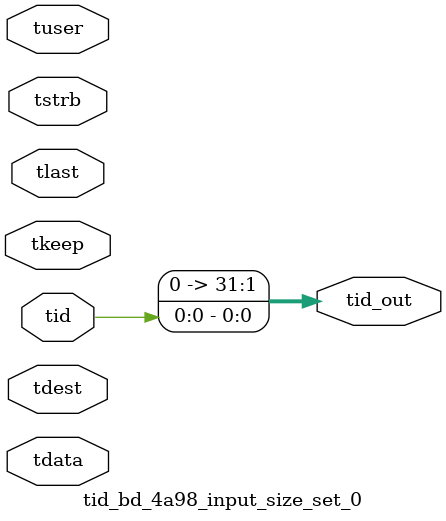
<source format=v>


`timescale 1ps/1ps

module tid_bd_4a98_input_size_set_0 #
(
parameter C_S_AXIS_TID_WIDTH   = 1,
parameter C_S_AXIS_TUSER_WIDTH = 0,
parameter C_S_AXIS_TDATA_WIDTH = 0,
parameter C_S_AXIS_TDEST_WIDTH = 0,
parameter C_M_AXIS_TID_WIDTH   = 32
)
(
input  [(C_S_AXIS_TID_WIDTH   == 0 ? 1 : C_S_AXIS_TID_WIDTH)-1:0       ] tid,
input  [(C_S_AXIS_TDATA_WIDTH == 0 ? 1 : C_S_AXIS_TDATA_WIDTH)-1:0     ] tdata,
input  [(C_S_AXIS_TUSER_WIDTH == 0 ? 1 : C_S_AXIS_TUSER_WIDTH)-1:0     ] tuser,
input  [(C_S_AXIS_TDEST_WIDTH == 0 ? 1 : C_S_AXIS_TDEST_WIDTH)-1:0     ] tdest,
input  [(C_S_AXIS_TDATA_WIDTH/8)-1:0 ] tkeep,
input  [(C_S_AXIS_TDATA_WIDTH/8)-1:0 ] tstrb,
input                                                                    tlast,
output [(C_M_AXIS_TID_WIDTH   == 0 ? 1 : C_M_AXIS_TID_WIDTH)-1:0       ] tid_out
);

assign tid_out = {tid[0:0]};

endmodule


</source>
